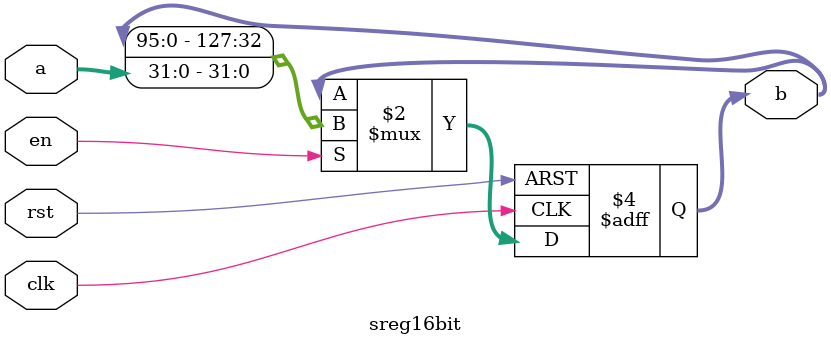
<source format=v>
module sreg16bit  #(parameter N = 127) (a, clk, rst, en, b);
	input [31:0] a;
	input clk, rst, en;
	output reg [N:0] b;
	always @(posedge clk, posedge rst)begin
		if (rst) b = 0;
		else if (en) b <= {b[N - 31 - 1:0], a};
	end
endmodule

</source>
